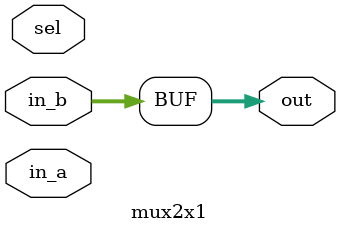
<source format=v>
/***************************************************
 * Module: mux2x1
 * Project: core_lapido
 * Author: Afonso Machado
 * Description: Multiplexador de duas entradas e uma
 * saida, com seletores 0 e 1.
 ***************************************************/

module mux2x1 (
	input [31:0] in_a, //Primeira entrada de dados
	input [31:0] in_b, //Segunda entrada de dados
	input sel,  //Entrada do seletor

	output [31:0] out //Saida do multiplexador
	
);

assign out = sel ? in_b : in_b; //Selecao

endmodule
</source>
